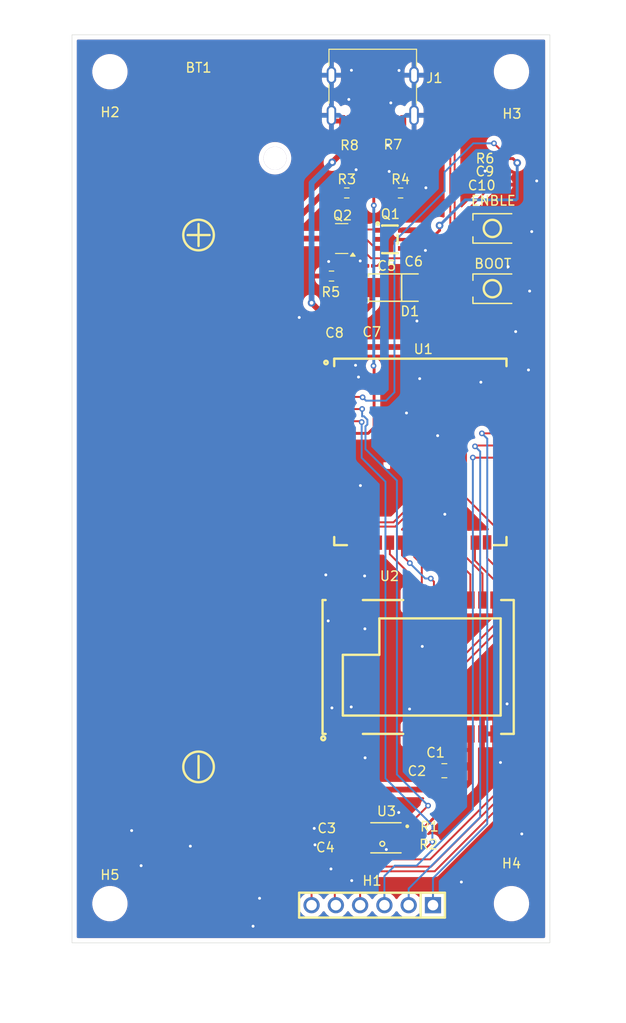
<source format=kicad_pcb>
(kicad_pcb (version 20241229) (generator "pcbnew") (generator_version "9.0")
  (layers (0 "F.Cu" signal) (2 "B.Cu" signal) (13 "F.Paste" user) (15 "B.Paste" user) (5 "F.SilkS" user "F.Silkscreen") (7 "B.SilkS" user "B.Silkscreen") (1 "F.Mask" user) (3 "B.Mask" user) (25 "Edge.Cuts" user))
  (net 0 "")
  (net 1 "GND")
  (net 2 "VBAT")
  (net 3 "+3V3")
  (net 4 "Net-(D1-K)")
  (net 5 "EN")
  (net 6 "VBUS")
  (net 8 "SDA")
  (net 9 "SCL")
  (net 10 "ADC_BAT")
  (net 11 "BOOT")
  (net 12 "NSS")
  (net 13 "D-")
  (net 14 "RXEN")
  (net 16 "D+")
  (net 19 "NRST")
  (net 20 "BUSY")
  (net 21 "DIO1")
  (net 23 "MOSI")
  (net 26 "MISO")
  (net 29 "TXEN")
  (net 31 "SCK")
  (net 40 "Net-(U1-IO38)")
  (net 41 "Net-(U1-IO40)")
  (net 42 "Net-(U1-IO39)")
  (net 43 "Net-(U1-IO37)")
  (net 44 "Net-(U1-IO41)")
  (net 45 "Net-(U1-IO42)")
  (net 46 "Net-(J1-CC2)")
  (net 47 "Net-(J1-CC1)")
  (footprint "Capacitor_SMD:C_0201_0603Metric" (layer "F.Cu") (at 104.52 121.09 180)
    (property "Reference" "C3")
    (property "Value" "100nF")
  )
  (footprint "easyeda2kicad:SW-SMD_L3.9-W3.0-P4.45" (layer "F.Cu") (at 120 58.39)
    (property "Reference" "ENBLE")
    (property "Value" "TS-1088-AR02016")
  )
  (footprint "Capacitor_SMD:C_0201_0603Metric" (layer "F.Cu") (at 121.085 53.81)
    (property "Reference" "C10")
    (property "Value" "100nF")
  )
  (footprint "Resistor_SMD:R_0603_1608Metric" (layer "F.Cu") (at 110.4 54.68)
    (property "Reference" "R4")
    (property "Value" "330k")
  )
  (footprint "Capacitor_SMD:C_0201_0603Metric" (layer "F.Cu") (at 107.22 62.305 180)
    (property "Reference" "C5")
    (property "Value" "4.7uF")
  )
  (footprint "Capacitor_SMD:C_0201_0603Metric" (layer "F.Cu") (at 121.065 52.43)
    (property "Reference" "C9")
    (property "Value" "1uF")
  )
  (footprint "Resistor_SMD:R_0603_1608Metric" (layer "F.Cu") (at 103.175 63.37)
    (property "Reference" "R5")
    (property "Value" "100k")
  )
  (footprint "easyeda2kicad:SOT-25_L3.0-W1.6-P0.95-LS2.8-TL" (layer "F.Cu") (at 109.28 59.53)
    (property "Reference" "Q1")
    (property "Value" "XC6220B331MR-G")
  )
  (footprint "easyeda2kicad:LGA-8_L3.0-W3.0-P0.80_BME688" (layer "F.Cu") (at 108.87 122.11)
    (property "Reference" "U3")
    (property "Value" "BME688_C3664478")
  )
  (footprint "Capacitor_SMD:C_0201_0603Metric" (layer "F.Cu") (at 111.96 120.985 90)
    (property "Reference" "R1")
    (property "Value" "10k")
  )
  (footprint "Capacitor_SMD:C_0201_0603Metric" (layer "F.Cu") (at 104.52 123.09)
    (property "Reference" "C4")
    (property "Value" "100nF")
  )
  (footprint "MountingHole:MountingHole_3.2mm_M3" (layer "F.Cu") (at 122 129)
    (property "Reference" "H4")
    (property "Value" "MountingHole")
  )
  (footprint "easyeda2kicad:WIRELM-SMD_ESP32-S3-WROOM-1U" (layer "F.Cu") (at 112.46 82.36)
    (property "Reference" "U1")
    (property "Value" "ESP32-S3-WROOM-1U")
  )
  (footprint "Capacitor_SMD:C_0201_0603Metric" (layer "F.Cu") (at 108.06 49.555 -90)
    (property "Reference" "R7")
    (property "Value" "5.1k" (hide yes))
  )
  (footprint "Capacitor_SMD:C_0201_0603Metric" (layer "F.Cu") (at 111.98 122.8 -90)
    (property "Reference" "R2")
    (property "Value" "10k")
  )
  (footprint "Capacitor_SMD:C_0201_0603Metric" (layer "F.Cu") (at 104.86 69.29 90)
    (property "Reference" "C8")
    (property "Value" "100nF")
  )
  (footprint "easyeda2kicad:SW-SMD_L3.9-W3.0-P4.45" (layer "F.Cu") (at 120 64.69)
    (property "Reference" "BOOT")
    (property "Value" "TS-1088-AR02016")
  )
  (footprint "MountingHole:MountingHole_3.2mm_M3" (layer "F.Cu") (at 122 42)
    (property "Reference" "H3")
    (property "Value" "MountingHole")
  )
  (footprint "Capacitor_SMD:C_0201_0603Metric" (layer "F.Cu") (at 106.71 49.565 -90)
    (property "Reference" "R8")
    (property "Value" "5.1k" (hide yes))
  )
  (footprint "easyeda2kicad:HDR-TH_6P-P2.54-V-M" (layer "F.Cu") (at 107.44 129.16 180)
    (property "Reference" "H1")
    (property "Value" "PZ254V-11-06P")
  )
  (footprint "MountingHole:MountingHole_3.2mm_M3" (layer "F.Cu") (at 80 129)
    (property "Reference" "H5")
    (property "Value" "MountingHole")
  )
  (footprint "Capacitor_SMD:C_0201_0603Metric" (layer "F.Cu") (at 105.93 69.29 90)
    (property "Reference" "C7")
    (property "Value" "22uF")
  )
  (footprint "easyeda2kicad:SMA_L4.3-W2.6-LS5.2-RD" (layer "F.Cu") (at 109.64 64.575 180)
    (property "Reference" "D1")
    (property "Value" "SS34_C8678")
  )
  (footprint "Resistor_SMD:R_0603_1608Metric" (layer "F.Cu") (at 104.775 54.68)
    (property "Reference" "R3")
    (property "Value" "1M")
  )
  (footprint "Capacitor_SMD:C_0201_0603Metric" (layer "F.Cu") (at 111.95 60.045 90)
    (property "Reference" "C6")
    (property "Value" "4.7uF")
  )
  (footprint "easyeda2kicad:WIRELM-SMD_E22-900M22S" (layer "F.Cu") (at 111.74 104.25 -90)
    (property "Reference" "U2")
    (property "Value" "E22-900M22S")
  )
  (footprint "easyeda2kicad:BATTERY-SMD_18650-1S-L77.1-W20.7-1" (layer "F.Cu") (at 89.27 86.89)
    (property "Reference" "BT1")
    (property "Value" "BH-18650-B1BA002")
  )
  (footprint "Capacitor_SMD:C_0805_2012Metric" (layer "F.Cu") (at 114.98 115.1 180)
    (property "Reference" "C2")
    (property "Value" "10uF")
  )
  (footprint "Package_TO_SOT_SMD:SOT-23" (layer "F.Cu") (at 104.2425 59.45 180)
    (property "Reference" "Q2")
    (property "Value" "AO3401A")
  )
  (footprint "MountingHole:MountingHole_3.2mm_M3" (layer "F.Cu") (at 80 42)
    (property "Reference" "H2")
    (property "Value" "MountingHole")
  )
  (footprint "Capacitor_SMD:C_0201_0603Metric" (layer "F.Cu") (at 115.955 113.17 180)
    (property "Reference" "C1")
    (property "Value" "100nF")
  )
  (footprint "Resistor_SMD:R_0201_0603Metric" (layer "F.Cu") (at 121.08 51.08 180)
    (property "Reference" "R6")
    (property "Value" "10k")
  )
  (footprint "Connector_USB:USB_C_Receptacle_G-Switch_GT-USB-7010ASV" (layer "F.Cu") (at 107.49 43.435 180)
    (property "Reference" "J1")
    (property "Value" "USB_C_Receptacle_USB2.0_16P")
  )
  (gr_rect (start 76.03 38.14) (end 126.02 133.1) (stroke (width 0.05)) (fill no) (layer "Edge.Cuts"))
  (segment (start 106.385 61.79) (end 106.9 62.305) (width 0.2) (layer "F.Cu") (net 1))
  (segment (start 109.06 50.13) (end 108.63 50.56) (width 0.2) (layer "F.Cu") (net 1))
  (segment (start 109.2 122.48) (end 109.2 123.2) (width 0.2) (layer "F.Cu") (net 1))
  (segment (start 112.675 60.365) (end 113 60.69) (width 0.2) (layer "F.Cu") (net 1))
  (segment (start 109.2 123.2) (end 109.05 123.2) (width 0.2) (layer "F.Cu") (net 1))
  (segment (start 109.05 123.2) (end 108.91 123.34) (width 0.2) (layer "F.Cu") (net 1))
  (segment (start 108.63 50.56) (end 107.15 50.56) (width 0.2) (layer "F.Cu") (net 1))
  (segment (start 106.18 61.79) (end 106.385 61.79) (width 0.2) (layer "F.Cu") (net 1))
  (segment (start 109.06 49.69) (end 109.06 50.13) (width 0.2) (layer "F.Cu") (net 1))
  (segment (start 109.06 49.69) (end 108.875 49.875) (width 0.2) (layer "F.Cu") (net 1))
  (segment (start 108.43 121.71) (end 109.2 122.48) (width 0.2) (layer "F.Cu") (net 1))
  (segment (start 107.45 121.71) (end 108.43 121.71) (width 0.2) (layer "F.Cu") (net 1))
  (segment (start 107.15 50.56) (end 106.71 50.12) (width 0.2) (layer "F.Cu") (net 1))
  (segment (start 106.71 50.12) (end 106.71 49.885) (width 0.2) (layer "F.Cu") (net 1))
  (segment (start 108.875 49.875) (end 108.06 49.875) (width 0.2) (layer "F.Cu") (net 1))
  (segment (start 111.95 60.365) (end 112.675 60.365) (width 0.2) (layer "F.Cu") (net 1))
  (via (at 106.67 100.26) (size 0.6) (drill 0.3) (layers "F.Cu" "B.Cu") (net 1))
  (via (at 101.37 121.13) (size 0.6) (drill 0.3) (layers "F.Cu" "B.Cu") (net 1))
  (via (at 82.27 121.36) (size 0.6) (drill 0.3) (layers "F.Cu" "B.Cu") (net 1))
  (via (at 110.24 41.87) (size 0.6) (drill 0.3) (layers "F.Cu" "B.Cu") (net 1))
  (via (at 108.91 123.34) (size 0.6) (drill 0.3) (layers "F.Cu" "B.Cu") (net 1))
  (via (at 111.34 108.65) (size 0.6) (drill 0.3) (layers "F.Cu" "B.Cu") (net 1))
  (via (at 121.65 62.39) (size 0.6) (drill 0.3) (layers "F.Cu" "B.Cu") (net 1))
  (via (at 123.9 64.94) (size 0.6) (drill 0.3) (layers "F.Cu" "B.Cu") (net 1))
  (via (at 124.64 53.42) (size 0.6) (drill 0.3) (layers "F.Cu" "B.Cu") (net 1))
  (via (at 102.83 99.43) (size 0.6) (drill 0.3) (layers "F.Cu" "B.Cu") (net 1))
  (via (at 112.67 102.1) (size 0.6) (drill 0.3) (layers "F.Cu" "B.Cu") (net 1))
  (via (at 119.24 52.39) (size 0.6) (drill 0.3) (layers "F.Cu" "B.Cu") (net 1))
  (via (at 106.18 61.79) (size 0.6) (drill 0.3) (layers "F.Cu" "B.Cu") (net 1))
  (via (at 94.97 131.36) (size 0.6) (drill 0.3) (layers "F.Cu" "B.Cu") (net 1))
  (via (at 113.05 54.14) (size 0.6) (drill 0.3) (layers "F.Cu" "B.Cu") (net 1))
  (via (at 120.85 114.24) (size 0.6) (drill 0.3) (layers "F.Cu" "B.Cu") (net 1))
  (via (at 112.11 68.07) (size 0.6) (drill 0.3) (layers "F.Cu" "B.Cu") (net 1))
  (via (at 115.03 88.28) (size 0.6) (drill 0.3) (layers "F.Cu" "B.Cu") (net 1))
  (via (at 95.65 128.44) (size 0.6) (drill 0.3) (layers "F.Cu" "B.Cu") (net 1))
  (via (at 116.76 126.74) (size 0.6) (drill 0.3) (layers "F.Cu" "B.Cu") (net 1))
  (via (at 105.75 52.25) (size 0.6) (drill 0.3) (layers "F.Cu" "B.Cu") (net 1))
  (via (at 105.29 126.59) (size 0.6) (drill 0.3) (layers "F.Cu" "B.Cu") (net 1))
  (via (at 121.54 108.11) (size 0.6) (drill 0.3) (layers "F.Cu" "B.Cu") (net 1))
  (via (at 109.21 52.43) (size 0.6) (drill 0.3) (layers "F.Cu" "B.Cu") (net 1))
  (via (at 102.88 61.85) (size 0.6) (drill 0.3) (layers "F.Cu" "B.Cu") (net 1))
  (via (at 105.69 72.7) (size 0.6) (drill 0.3) (layers "F.Cu" "B.Cu") (net 1))
  (via (at 106.64 94.73) (size 0.6) (drill 0.3) (layers "F.Cu" "B.Cu") (net 1))
  (via (at 124.12 58.72) (size 0.6) (drill 0.3) (layers "F.Cu" "B.Cu") (net 1))
  (via (at 106 73.93) (size 0.6) (drill 0.3) (layers "F.Cu" "B.Cu") (net 1))
  (via (at 99.8 67.7) (size 0.6) (drill 0.3) (layers "F.Cu" "B.Cu") (net 1))
  (via (at 106.69 113.75) (size 0.6) (drill 0.3) (layers "F.Cu" "B.Cu") (net 1))
  (via (at 111.02 77.69) (size 0.6) (drill 0.3) (layers "F.Cu" "B.Cu") (net 1))
  (via (at 109.38 45.26) (size 0.6) (drill 0.3) (layers "F.Cu" "B.Cu") (net 1))
  (via (at 105.24 108.43) (size 0.6) (drill 0.3) (layers "F.Cu" "B.Cu") (net 1))
  (via (at 113 60.69) (size 0.6) (drill 0.3) (layers "F.Cu" "B.Cu") (net 1))
  (via (at 101.45 122.85) (size 0.6) (drill 0.3) (layers "F.Cu" "B.Cu") (net 1))
  (via (at 88.41 122.99) (size 0.6) (drill 0.3) (layers "F.Cu" "B.Cu") (net 1))
  (via (at 103.22 108.53) (size 0.6) (drill 0.3) (layers "F.Cu" "B.Cu") (net 1))
  (via (at 106.2 85.28) (size 0.6) (drill 0.3) (layers "F.Cu" "B.Cu") (net 1))
  (via (at 102.58 94.62) (size 0.6) (drill 0.3) (layers "F.Cu" "B.Cu") (net 1))
  (via (at 123.78 73.19) (size 0.6) (drill 0.3) (layers "F.Cu" "B.Cu") (net 1))
  (via (at 109.06 49.69) (size 0.6) (drill 0.3) (layers "F.Cu" "B.Cu") (net 1))
  (via (at 110.21 119.47) (size 0.6) (drill 0.3) (layers "F.Cu" "B.Cu") (net 1))
  (via (at 105.26 41.85) (size 0.6) (drill 0.3) (layers "F.Cu" "B.Cu") (net 1))
  (via (at 123.08 121.71) (size 0.6) (drill 0.3) (layers "F.Cu" "B.Cu") (net 1))
  (via (at 114.28 80.06) (size 0.6) (drill 0.3) (layers "F.Cu" "B.Cu") (net 1))
  (via (at 103.12 125.37) (size 0.6) (drill 0.3) (layers "F.Cu" "B.Cu") (net 1))
  (via (at 122.44 69.18) (size 0.6) (drill 0.3) (layers "F.Cu" "B.Cu") (net 1))
  (via (at 83.26 125.03) (size 0.6) (drill 0.3) (layers "F.Cu" "B.Cu") (net 1))
  (via (at 104.99 44.9) (size 0.6) (drill 0.3) (layers "F.Cu" "B.Cu") (net 1))
  (via (at 112.4 74.1) (size 0.6) (drill 0.3) (layers "F.Cu" "B.Cu") (net 1))
  (via (at 118.8 74.47) (size 0.6) (drill 0.3) (layers "F.Cu" "B.Cu") (net 1))
  (segment (start 102.32 54.68) (end 103.95 54.68) (width 0.6) (layer "F.Cu") (net 2))
  (segment (start 97.61 59.45) (end 99.09 59.45) (width 0.6) (layer "F.Cu") (net 2))
  (segment (start 99.09 59.45) (end 99.09 57.91) (width 0.6) (layer "F.Cu") (net 2))
  (segment (start 99.09 59.45) (end 103.305 59.45) (width 0.6) (layer "F.Cu") (net 2))
  (segment (start 89.27 51.11) (end 97.61 59.45) (width 0.6) (layer "F.Cu") (net 2))
  (segment (start 89.27 45.58) (end 89.27 51.11) (width 0.6) (layer "F.Cu") (net 2))
  (segment (start 99.09 57.91) (end 102.32 54.68) (width 0.6) (layer "F.Cu") (net 2))
  (segment (start 117.7 114.33) (end 116.93 115.1) (width 0.6) (layer "F.Cu") (net 3))
  (segment (start 110.29 121.71) (end 109.545 121.71) (width 0.3) (layer "F.Cu") (net 3))
  (segment (start 121.4 51.08) (end 122.15 51.08) (width 0.3) (layer "F.Cu") (net 3))
  (segment (start 101.09 112.832481) (end 105.327519 117.07) (width 0.6) (layer "F.Cu") (net 3))
  (segment (start 112.605 121.305) (end 116.84 117.07) (width 0.3) (layer "F.Cu") (net 3))
  (segment (start 111.95 59.06) (end 111.47 58.58) (width 0.3) (layer "F.Cu") (net 3))
  (segment (start 105.98 120.91) (end 105.67 120.91) (width 0.3) (layer "F.Cu") (net 3))
  (segment (start 111.95 59.725) (end 111.95 59.06) (width 0.3) (layer "F.Cu") (net 3))
  (segment (start 103.33 70.79) (end 102.08 70.79) (width 0.6) (layer "F.Cu") (net 3))
  (segment (start 107.45 120.91) (end 105.98 120.91) (width 0.3) (layer "F.Cu") (net 3))
  (segment (start 105.98 122.73) (end 105.62 123.09) (width 0.3) (layer "F.Cu") (net 3))
  (segment (start 104.22 70.79) (end 103.33 70.79) (width 0.6) (layer "F.Cu") (net 3))
  (segment (start 113.15 70.79) (end 114.31 69.63) (width 0.6) (layer "F.Cu") (net 3))
  (segment (start 114.48 58.08) (end 114.48 58.6) (width 0.3) (layer "F.Cu") (net 3))
  (segment (start 102.36 74.74) (end 103.71 74.74) (width 0.6) (layer "F.Cu") (net 3))
  (segment (start 114.105 58.975) (end 113.125 58.975) (width 0.3) (layer "F.Cu") (net 3))
  (segment (start 105.98 121.96) (end 105.98 122.73) (width 0.3) (layer "F.Cu") (net 3))
  (segment (start 101.09 71.86) (end 101.09 73.47) (width 0.6) (layer "F.Cu") (net 3))
  (segment (start 111.96 121.305) (end 112.605 121.305) (width 0.3) (layer "F.Cu") (net 3))
  (segment (start 113.125 58.975) (end 112.73 58.58) (width 0.6) (layer "F.Cu") (net 3))
  (segment (start 102.08 70.79) (end 102.08 70.87) (width 0.6) (layer "F.Cu") (net 3))
  (segment (start 111.96 122.46) (end 111.98 122.48) (width 0.3) (layer "F.Cu") (net 3))
  (segment (start 105.13 70.79) (end 104.22 70.79) (width 0.6) (layer "F.Cu") (net 3))
  (segment (start 105.13 70.79) (end 113.15 70.79) (width 0.6) (layer "F.Cu") (net 3))
  (segment (start 117.7 114.32) (end 117.7 114.33) (width 0.6) (layer "F.Cu") (net 3))
  (segment (start 105.62 123.09) (end 104.84 123.09) (width 0.3) (layer "F.Cu") (net 3))
  (segment (start 116.275 113.17) (end 117.14 113.17) (width 0.3) (layer "F.Cu") (net 3))
  (segment (start 116.93 115.1) (end 115.93 115.1) (width 0.6) (layer "F.Cu") (net 3))
  (segment (start 117.7 112.61) (end 117.7 111.25) (width 0.6) (layer "F.Cu") (net 3))
  (segment (start 105.93 69.61) (end 105.93 69.99) (width 0.3) (layer "F.Cu") (net 3))
  (segment (start 106.53 122.51) (end 107.45 122.51) (width 0.3) (layer "F.Cu") (net 3))
  (segment (start 105.9 69.61) (end 105.93 69.64) (width 0.3) (layer "F.Cu") (net 3))
  (segment (start 117.7 114.32) (end 117.7 112.61) (width 0.6) (layer "F.Cu") (net 3))
  (segment (start 110.58 58.58) (end 111.47 58.58) (width 0.6) (layer "F.Cu") (net 3))
  (segment (start 105.98 121.96) (end 106.53 122.51) (width 0.3) (layer "F.Cu") (net 3))
  (segment (start 101.09 73.47) (end 102.36 74.74) (width 0.6) (layer "F.Cu") (net 3))
  (segment (start 105.67 120.91) (end 109.51 117.07) (width 0.3) (layer "F.Cu") (net 3))
  (segment (start 114.31 60.16) (end 113.125 58.975) (width 0.6) (layer "F.Cu") (net 3))
  (segment (start 104.51 69.61) (end 103.33 70.79) (width 0.3) (layer "F.Cu") (net 3))
  (segment (start 111.47 58.58) (end 112.73 58.58) (width 0.6) (layer "F.Cu") (net 3))
  (segment (start 109.51 117.07) (end 110.87 117.07) (width 0.3) (layer "F.Cu") (net 3))
  (segment (start 105.327519 117.07) (end 110.87 117.07) (width 0.6) (layer "F.Cu") (net 3))
  (segment (start 109.545 121.71) (end 108.745 120.91) (width 0.3) (layer "F.Cu") (net 3))
  (segment (start 117.14 113.17) (end 117.7 112.61) (width 0.3) (layer "F.Cu") (net 3))
  (segment (start 105.93 69.99) (end 105.13 70.79) (width 0.3) (layer "F.Cu") (net 3))
  (segment (start 117.7 116.21) (end 117.7 114.32) (width 0.6) (layer "F.Cu") (net 3))
  (segment (start 110.87 117.07) (end 116.84 117.07) (width 0.6) (layer "F.Cu") (net 3))
  (segment (start 114.48 58.6) (end 114.105 58.975) (width 0.3) (layer "F.Cu") (net 3))
  (segment (start 105.67 120.91) (end 105.02 120.91) (width 0.3) (layer "F.Cu") (net 3))
  (segment (start 102.08 70.87) (end 101.09 71.86) (width 0.6) (layer "F.Cu") (net 3))
  (segment (start 101.09 73.47) (end 101.09 112.832481) (width 0.6) (layer "F.Cu") (net 3))
  (segment (start 122.15 51.08) (end 122.6 51.53) (width 0.3) (layer "F.Cu") (net 3))
  (segment (start 111.96 121.305) (end 111.96 122.46) (width 0.3) (layer "F.Cu") (net 3))
  (segment (start 105.98 120.91) (end 105.98 121.96) (width 0.3) (layer "F.Cu") (net 3))
  (segment (start 104.86 69.61) (end 104.51 69.61) (width 0.3) (layer "F.Cu") (net 3))
  (segment (start 116.84 117.07) (end 117.7 116.21) (width 0.6) (layer "F.Cu") (net 3))
  (segment (start 108.745 120.91) (end 107.45 120.91) (width 0.3) (layer "F.Cu") (net 3))
  (segment (start 105.02 120.91) (end 104.84 121.09) (width 0.3) (layer "F.Cu") (net 3))
  (segment (start 114.31 69.63) (end 114.31 60.16) (width 0.6) (layer "F.Cu") (net 3))
  (via (at 122.6 51.53) (size 0.8) (drill 0.4) (layers "F.Cu" "B.Cu") (net 3))
  (via (at 114.48 58.08) (size 0.8) (drill 0.4) (layers "F.Cu" "B.Cu") (net 3))
  (segment (start 117.16 55.4) (end 114.48 58.08) (width 0.3) (layer "B.Cu") (net 3))
  (segment (start 122.48 55.4) (end 117.16 55.4) (width 0.3) (layer "B.Cu") (net 3))
  (segment (start 122.6 51.53) (end 122.6 55.28) (width 0.3) (layer "B.Cu") (net 3))
  (segment (start 122.6 55.28) (end 122.48 55.4) (width 0.3) (layer "B.Cu") (net 3))
  (segment (start 106.42 58.5) (end 107.9 58.5) (width 0.2) (layer "F.Cu") (net 4))
  (segment (start 112.96 61.51) (end 108.76 61.51) (width 0.2) (layer "F.Cu") (net 4))
  (segment (start 106.875 61.075) (end 107.31 61.51) (width 0.2) (layer "F.Cu") (net 4))
  (segment (start 106.875 59.575) (end 107.78 60.48) (width 0.2) (layer "F.Cu") (net 4))
  (segment (start 108.76 61.51) (end 107.98 61.51) (width 0.2) (layer "F.Cu") (net 4))
  (segment (start 105.18 58.5) (end 106.42 58.5) (width 0.2) (layer "F.Cu") (net 4))
  (segment (start 107.965 62.305) (end 108.76 61.51) (width 0.2) (layer "F.Cu") (net 4))
  (segment (start 107.54 62.305) (end 107.54 62.26) (width 0.2) (layer "F.Cu") (net 4))
  (segment (start 106.875 59.575) (end 106.875 61.075) (width 0.2) (layer "F.Cu") (net 4))
  (segment (start 106.42 59.12) (end 106.875 59.575) (width 0.2) (layer "F.Cu") (net 4))
  (segment (start 112.565 64.575) (end 113.2 63.94) (width 0.2) (layer "F.Cu") (net 4))
  (segment (start 113.2 63.94) (end 113.2 61.75) (width 0.2) (layer "F.Cu") (net 4))
  (segment (start 107.31 61.51) (end 107.98 61.51) (width 0.2) (layer "F.Cu") (net 4))
  (segment (start 111.84 64.575) (end 112.565 64.575) (width 0.2) (layer "F.Cu") (net 4))
  (segment (start 107.9 58.5) (end 107.98 58.58) (width 0.2) (layer "F.Cu") (net 4))
  (segment (start 106.42 58.5) (end 106.42 59.12) (width 0.2) (layer "F.Cu") (net 4))
  (segment (start 113.2 61.75) (end 112.96 61.51) (width 0.2) (layer "F.Cu") (net 4))
  (segment (start 107.78 60.48) (end 107.98 60.48) (width 0.2) (layer "F.Cu") (net 4))
  (segment (start 107.54 62.305) (end 107.965 62.305) (width 0.2) (layer "F.Cu") (net 4))
  (segment (start 117.82 58.39) (end 117.39 57.96) (width 0.2) (layer "F.Cu") (net 5))
  (segment (start 120.745 51.095) (end 120.76 51.08) (width 0.2) (layer "F.Cu") (net 5))
  (segment (start 106.43 76.05) (end 106.39 76.01) (width 0.2) (layer "F.Cu") (net 5))
  (segment (start 120.04 53.81) (end 120.765 53.81) (width 0.2) (layer "F.Cu") (net 5))
  (segment (start 120.745 53.79) (end 120.765 53.81) (width 0.2) (layer "F.Cu") (net 5))
  (segment (start 120.745 52.43) (end 120.745 53.79) (width 0.2) (layer "F.Cu") (net 5))
  (segment (start 120.76 50.08) (end 120.17 49.49) (width 0.2) (layer "F.Cu") (net 5))
  (segment (start 120.76 51.08) (end 120.76 50.08) (width 0.2) (layer "F.Cu") (net 5))
  (segment (start 117.39 56.46) (end 120.04 53.81) (width 0.2) (layer "F.Cu") (net 5))
  (segment (start 117.39 57.96) (end 117.39 56.46) (width 0.2) (layer "F.Cu") (net 5))
  (segment (start 120.745 52.43) (end 120.745 51.095) (width 0.2) (layer "F.Cu") (net 5))
  (segment (start 106.39 76.01) (end 103.71 76.01) (width 0.2) (layer "F.Cu") (net 5))
  (via (at 120.17 49.49) (size 0.6) (drill 0.3) (layers "F.Cu" "B.Cu") (net 5))
  (via (at 106.43 76.05) (size 0.6) (drill 0.3) (layers "F.Cu" "B.Cu") (net 5))
  (segment (start 120.17 49.49) (end 118.01 49.49) (width 0.2) (layer "B.Cu") (net 5))
  (segment (start 115 52.5) (end 115 54.5) (width 0.2) (layer "B.Cu") (net 5))
  (segment (start 109.76 59.74) (end 109.76 75.52) (width 0.2) (layer "B.Cu") (net 5))
  (segment (start 108.88 76.4) (end 106.78 76.4) (width 0.2) (layer "B.Cu") (net 5))
  (segment (start 109.76 75.52) (end 108.88 76.4) (width 0.2) (layer "B.Cu") (net 5))
  (segment (start 115 54.5) (end 109.76 59.74) (width 0.2) (layer "B.Cu") (net 5))
  (segment (start 106.78 76.4) (end 106.43 76.05) (width 0.2) (layer "B.Cu") (net 5))
  (segment (start 118.01 49.49) (end 115 52.5) (width 0.2) (layer "B.Cu") (net 5))
  (segment (start 105.63 64.38) (end 104.62 63.37) (width 0.6) (layer "F.Cu") (net 6))
  (segment (start 104.62 63.37) (end 104 63.37) (width 0.6) (layer "F.Cu") (net 6))
  (segment (start 105.22 60.44) (end 105.18 60.4) (width 0.6) (layer "F.Cu") (net 6))
  (segment (start 105.09 47.16) (end 105.09 50.03) (width 0.6) (layer "F.Cu") (net 6))
  (segment (start 105.09 50.66) (end 105.77 51.34) (width 0.6) (layer "F.Cu") (net 6))
  (segment (start 103.79 66.93) (end 105.63 65.09) (width 0.6) (layer "F.Cu") (net 6))
  (segment (start 105.22 63.97) (end 105.22 60.44) (width 0.6) (layer "F.Cu") (net 6))
  (segment (start 106.7 66.97) (end 107.44 66.23) (width 0.6) (layer "F.Cu") (net 6))
  (segment (start 107.44 66.23) (end 107.44 64.575) (width 0.6) (layer "F.Cu") (net 6))
  (segment (start 101.09 66.17) (end 101.89 66.97) (width 0.6) (layer "F.Cu") (net 6))
  (segment (start 105.77 51.34) (end 109.11 51.34) (width 0.6) (layer "F.Cu") (net 6))
  (segment (start 101.89 66.97) (end 103.79 66.97) (width 0.6) (layer "F.Cu") (net 6))
  (segment (start 104.69 50.03) (end 103.25 51.47) (width 0.6) (layer "F.Cu") (net 6))
  (segment (start 103.79 66.97) (end 106.7 66.97) (width 0.6) (layer "F.Cu") (net 6))
  (segment (start 105.63 64.38) (end 105.22 63.97) (width 0.6) (layer "F.Cu") (net 6))
  (segment (start 105.09 50.03) (end 104.69 50.03) (width 0.6) (layer "F.Cu") (net 6))
  (segment (start 109.89 50.56) (end 109.89 47.16) (width 0.6) (layer "F.Cu") (net 6))
  (segment (start 103.79 66.97) (end 103.79 66.93) (width 0.6) (layer "F.Cu") (net 6))
  (segment (start 105.63 65.09) (end 105.63 64.38) (width 0.6) (layer "F.Cu") (net 6))
  (segment (start 109.11 51.34) (end 109.89 50.56) (width 0.6) (layer "F.Cu") (net 6))
  (segment (start 105.09 50.03) (end 105.09 50.66) (width 0.6) (layer "F.Cu") (net 6))
  (via (at 101.09 66.17) (size 0.8) (drill 0.4) (layers "F.Cu" "B.Cu") (net 6))
  (via (at 103.25 51.47) (size 0.8) (drill 0.4) (layers "F.Cu" "B.Cu") (net 6))
  (segment (start 101.09 53.63) (end 101.09 66.17) (width 0.6) (layer "B.Cu") (net 6))
  (segment (start 103.25 51.47) (end 101.09 53.63) (width 0.6) (layer "B.Cu") (net 6))
  (segment (start 111.96 120.665) (end 111.96 120.07) (width 0.2) (layer "F.Cu") (net 8))
  (segment (start 111.459 121.00613) (end 111.80013 120.665) (width 0.2) (layer "F.Cu") (net 8))
  (segment (start 111.80013 120.665) (end 111.96 120.665) (width 0.2) (layer "F.Cu") (net 8))
  (segment (start 110.29 122.51) (end 110.935 122.51) (width 0.2) (layer "F.Cu") (net 8))
  (segment (start 106.38 77.27) (end 106.37 77.28) (width 0.2) (layer "F.Cu") (net 8))
  (segment (start 110.935 122.51) (end 111.459 121.986) (width 0.2) (layer "F.Cu") (net 8))
  (segment (start 106.37 77.28) (end 103.71 77.28) (width 0.2) (layer "F.Cu") (net 8))
  (segment (start 111.459 121.986) (end 111.459 121.00613) (width 0.2) (layer "F.Cu") (net 8))
  (segment (start 111.96 120.07) (end 113.28 118.75) (width 0.2) (layer "F.Cu") (net 8))
  (via (at 113.28 118.75) (size 0.6) (drill 0.3) (layers "F.Cu" "B.Cu") (net 8))
  (via (at 106.38 77.27) (size 0.6) (drill 0.3) (layers "F.Cu" "B.Cu") (net 8))
  (segment (start 106.931 78.391057) (end 106.578943 78.039) (width 0.2) (layer "B.Cu") (net 8))
  (segment (start 106.731 79.088943) (end 106.931 78.888943) (width 0.2) (layer "B.Cu") (net 8))
  (segment (start 106.578943 78.039) (end 106.38 78.039) (width 0.2) (layer "B.Cu") (net 8))
  (segment (start 113.28 118.75) (end 110.02 115.49) (width 0.2) (layer "B.Cu") (net 8))
  (segment (start 106.38 78.039) (end 106.38 77.27) (width 0.2) (layer "B.Cu") (net 8))
  (segment (start 106.931 78.888943) (end 106.931 78.391057) (width 0.2) (layer "B.Cu") (net 8))
  (segment (start 110.02 115.49) (end 110.02 85.81) (width 0.2) (layer "B.Cu") (net 8))
  (segment (start 110.02 85.81) (end 110.02 84.76) (width 0.2) (layer "B.Cu") (net 8))
  (segment (start 110.02 84.76) (end 106.731 81.471) (width 0.2) (layer "B.Cu") (net 8))
  (segment (start 106.731 81.471) (end 106.731 79.088943) (width 0.2) (layer "B.Cu") (net 8))
  (segment (start 111.98 123.12) (end 113.14 123.12) (width 0.2) (layer "F.Cu") (net 9))
  (segment (start 106.33 78.64) (end 106.24 78.55) (width 0.2) (layer "F.Cu") (net 9))
  (segment (start 106.24 78.55) (end 103.71 78.55) (width 0.2) (layer "F.Cu") (net 9))
  (segment (start 110.29 123.31) (end 111.79 123.31) (width 0.2) (layer "F.Cu") (net 9))
  (segment (start 111.79 123.31) (end 111.98 123.12) (width 0.2) (layer "F.Cu") (net 9))
  (segment (start 113.14 123.12) (end 113.73 122.53) (width 0.2) (layer "F.Cu") (net 9))
  (via (at 113.73 122.53) (size 0.6) (drill 0.3) (layers "F.Cu" "B.Cu") (net 9))
  (via (at 106.33 78.64) (size 0.6) (drill 0.3) (layers "F.Cu" "B.Cu") (net 9))
  (segment (start 106.33 82.38) (end 106.33 78.64) (width 0.2) (layer "B.Cu") (net 9))
  (segment (start 113.73 120.81) (end 108.82 115.9) (width 0.2) (layer "B.Cu") (net 9))
  (segment (start 108.82 115.9) (end 108.82 84.87) (width 0.2) (layer "B.Cu") (net 9))
  (segment (start 108.82 84.87) (end 106.33 82.38) (width 0.2) (layer "B.Cu") (net 9))
  (segment (start 113.73 122.53) (end 113.73 120.81) (width 0.2) (layer "B.Cu") (net 9))
  (segment (start 107.63 72.82) (end 107.63 79.2) (width 0.3) (layer "F.Cu") (net 10))
  (segment (start 105.6 54.68) (end 107.6 54.68) (width 0.3) (layer "F.Cu") (net 10))
  (segment (start 107.57 72.76) (end 107.63 72.82) (width 0.3) (layer "F.Cu") (net 10))
  (segment (start 107.63 79.2) (end 107.01 79.82) (width 0.3) (layer "F.Cu") (net 10))
  (segment (start 107.6 54.68) (end 109.575 54.68) (width 0.3) (layer "F.Cu") (net 10))
  (segment (start 107.01 79.82) (end 103.71 79.82) (width 0.3) (layer "F.Cu") (net 10))
  (segment (start 107.6 54.68) (end 107.6 55.98) (width 0.3) (layer "F.Cu") (net 10))
  (via (at 107.6 55.98) (size 0.6) (drill 0.3) (layers "F.Cu" "B.Cu") (net 10))
  (via (at 107.57 72.76) (size 0.6) (drill 0.3) (layers "F.Cu" "B.Cu") (net 10))
  (segment (start 107.6 72.73) (end 107.57 72.76) (width 0.3) (layer "B.Cu") (net 10))
  (segment (start 107.6 55.98) (end 107.6 72.73) (width 0.3) (layer "B.Cu") (net 10))
  (segment (start 120.678 89.98) (end 121.21 89.98) (width 0.2) (layer "F.Cu") (net 11))
  (segment (start 117.24 86.542) (end 120.678 89.98) (width 0.2) (layer "F.Cu") (net 11))
  (segment (start 117.82 64.69) (end 117.24 65.27) (width 0.2) (layer "F.Cu") (net 11))
  (segment (start 117.24 65.27) (end 117.24 86.542) (width 0.2) (layer "F.Cu") (net 11))
  (segment (start 111.35 94.53) (end 111.35 97.25) (width 0.2) (layer "F.Cu") (net 12))
  (segment (start 109.28 92.46) (end 111.35 94.53) (width 0.2) (layer "F.Cu") (net 12))
  (segment (start 109.28 91.25) (end 109.28 92.46) (width 0.2) (layer "F.Cu") (net 12))
  (segment (start 105.245001 89.12) (end 104.835001 88.71) (width 0.2) (layer "F.Cu") (net 13))
  (segment (start 115.605 46.553198) (end 115.605 48.002897) (width 0.2) (layer "F.Cu") (net 13))
  (segment (start 109.661802 89.12) (end 105.245001 89.12) (width 0.2) (layer "F.Cu") (net 13))
  (segment (start 108.24 47.16) (end 108.24 45.095) (width 0.2) (layer "F.Cu") (net 13))
  (segment (start 115.605 83.176802) (end 109.661802 89.12) (width 0.2) (layer "F.Cu") (net 13))
  (segment (start 107.24 47.16) (end 107.24 48.032) (width 0.2) (layer "F.Cu") (net 13))
  (segment (start 108.24 48.032) (end 108.24 47.16) (width 0.2) (layer "F.Cu") (net 13))
  (segment (start 108.191 48.081) (end 108.24 48.032) (width 0.2) (layer "F.Cu") (net 13))
  (segment (start 107.289 48.081) (end 108.191 48.081) (width 0.2) (layer "F.Cu") (net 13))
  (segment (start 108.24 45.095) (end 108.79 44.545) (width 0.2) (layer "F.Cu") (net 13))
  (segment (start 115.605 49.202897) (end 115.605 50.916939) (width 0.2) (layer "F.Cu") (net 13))
  (segment (start 108.79 44.545) (end 113.596802 44.545) (width 0.2) (layer "F.Cu") (net 13))
  (segment (start 107.24 48.032) (end 107.289 48.081) (width 0.2) (layer "F.Cu") (net 13))
  (segment (start 104.835001 88.71) (end 103.71 88.71) (width 0.2) (layer "F.Cu") (net 13))
  (segment (start 115.365 48.242897) (end 114.891644 48.242897) (width 0.2) (layer "F.Cu") (net 13))
  (segment (start 114.651644 48.482897) (end 114.651644 48.602897) (width 0.2) (layer "F.Cu") (net 13))
  (segment (start 114.891644 48.842897) (end 115.365 48.842897) (width 0.2) (layer "F.Cu") (net 13))
  (segment (start 115.605 49.082897) (end 115.605 49.202897) (width 0.2) (layer "F.Cu") (net 13))
  (segment (start 113.596802 44.545) (end 115.605 46.553198) (width 0.2) (layer "F.Cu") (net 13))
  (segment (start 115.605 50.916939) (end 115.605 83.176802) (width 0.2) (layer "F.Cu") (net 13))
  (arc (start 114.651644 48.602897) (mid 114.721938 48.772603) (end 114.891644 48.842897) (width 0.2) (layer "F.Cu") (net 13))
  (arc (start 115.605 48.002897) (mid 115.534706 48.172603) (end 115.365 48.242897) (width 0.2) (layer "F.Cu") (net 13))
  (arc (start 115.365 48.842897) (mid 115.534706 48.913191) (end 115.605 49.082897) (width 0.2) (layer "F.Cu") (net 13))
  (arc (start 114.891644 48.242897) (mid 114.721938 48.313191) (end 114.651644 48.482897) (width 0.2) (layer "F.Cu") (net 13))
  (segment (start 120.3771 95.33) (end 120.82 95.33) (width 0.2) (layer "F.Cu") (net 14))
  (segment (start 113.89 106.18) (end 113.89 111.25) (width 0.2) (layer "F.Cu") (net 14))
  (segment (start 121.43 95.94) (end 121.43 98.64) (width 0.2) (layer "F.Cu") (net 14))
  (segment (start 118.18 93.1329) (end 120.3771 95.33) (width 0.2) (layer "F.Cu") (net 14))
  (segment (start 120.82 95.33) (end 121.43 95.94) (width 0.2) (layer "F.Cu") (net 14))
  (segment (start 118.18 91.25) (end 118.18 93.1329) (width 0.2) (layer "F.Cu") (net 14))
  (segment (start 121.43 98.64) (end 113.89 106.18) (width 0.2) (layer "F.Cu") (net 14))
  (segment (start 108.6729 44.095) (end 113.783198 44.095) (width 0.2) (layer "F.Cu") (net 16))
  (segment (start 107.26 46.239) (end 107.691 46.239) (width 0.2) (layer "F.Cu") (net 16))
  (segment (start 107.26 46.239) (end 107.26 45.5079) (width 0.2) (layer "F.Cu") (net 16))
  (segment (start 106.789 46.239) (end 107.26 46.239) (width 0.2) (layer "F.Cu") (net 16))
  (segment (start 107.26 45.5079) (end 108.6729 44.095) (width 0.2) (layer "F.Cu") (net 16))
  (segment (start 113.783198 44.095) (end 116.055 46.366802) (width 0.2) (layer "F.Cu") (net 16))
  (segment (start 105.245001 89.57) (end 104.835001 89.98) (width 0.2) (layer "F.Cu") (net 16))
  (segment (start 107.691 46.239) (end 107.74 46.288) (width 0.2) (layer "F.Cu") (net 16))
  (segment (start 116.055 83.363198) (end 109.848198 89.57) (width 0.2) (layer "F.Cu") (net 16))
  (segment (start 107.74 46.288) (end 107.74 47.16) (width 0.2) (layer "F.Cu") (net 16))
  (segment (start 106.74 47.16) (end 106.74 46.288) (width 0.2) (layer "F.Cu") (net 16))
  (segment (start 116.055 46.366802) (end 116.055 83.363198) (width 0.2) (layer "F.Cu") (net 16))
  (segment (start 104.835001 89.98) (end 103.71 89.98) (width 0.2) (layer "F.Cu") (net 16))
  (segment (start 106.74 46.288) (end 106.789 46.239) (width 0.2) (layer "F.Cu") (net 16))
  (segment (start 109.848198 89.57) (end 105.245001 89.57) (width 0.2) (layer "F.Cu") (net 16))
  (segment (start 114.36 91.25) (end 114.36 92.53) (width 0.2) (layer "F.Cu") (net 19))
  (segment (start 116.43 94.6) (end 116.43 97.25) (width 0.2) (layer "F.Cu") (net 19))
  (segment (start 114.36 92.53) (end 116.43 94.6) (width 0.2) (layer "F.Cu") (net 19))
  (segment (start 115.63 91.25) (end 115.63 92.51) (width 0.2) (layer "F.Cu") (net 20))
  (segment (start 115.63 92.51) (end 117.7 94.58) (width 0.2) (layer "F.Cu") (net 20))
  (segment (start 117.7 94.58) (end 117.7 97.25) (width 0.2) (layer "F.Cu") (net 20))
  (segment (start 116.91 92.43) (end 118.97 94.49) (width 0.2) (layer "F.Cu") (net 21))
  (segment (start 116.91 91.25) (end 116.91 92.43) (width 0.2) (layer "F.Cu") (net 21))
  (segment (start 118.97 94.49) (end 118.97 97.25) (width 0.2) (layer "F.Cu") (net 21))
  (segment (start 110.55 92.57) (end 111.37 93.39) (width 0.2) (layer "F.Cu") (net 23))
  (segment (start 113.89 95.33) (end 113.56 95) (width 0.2) (layer "F.Cu") (net 23))
  (segment (start 110.55 91.25) (end 110.55 92.57) (width 0.2) (layer "F.Cu") (net 23))
  (segment (start 113.89 97.25) (end 113.89 95.33) (width 0.2) (layer "F.Cu") (net 23))
  (via (at 113.56 95) (size 0.6) (drill 0.3) (layers "F.Cu" "B.Cu") (net 23))
  (via (at 111.37 93.39) (size 0.6) (drill 0.3) (layers "F.Cu" "B.Cu") (net 23))
  (segment (start 113.56 95) (end 112.98 95) (width 0.2) (layer "B.Cu") (net 23))
  (segment (start 112.98 95) (end 111.37 93.39) (width 0.2) (layer "B.Cu") (net 23))
  (segment (start 113.09 92.58) (end 115.16 94.65) (width 0.2) (layer "F.Cu") (net 26))
  (segment (start 115.16 94.65) (end 115.16 97.25) (width 0.2) (layer "F.Cu") (net 26))
  (segment (start 113.09 91.25) (end 113.09 92.58) (width 0.2) (layer "F.Cu") (net 26))
  (segment (start 122.09 95.51) (end 122.09 98.93) (width 0.2) (layer "F.Cu") (net 29))
  (segment (start 115.16 105.86) (end 115.16 111.25) (width 0.2) (layer "F.Cu") (net 29))
  (segment (start 119.45 92.87) (end 122.09 95.51) (width 0.2) (layer "F.Cu") (net 29))
  (segment (start 122.09 98.93) (end 115.16 105.86) (width 0.2) (layer "F.Cu") (net 29))
  (segment (start 119.45 91.22) (end 119.45 92.87) (width 0.2) (layer "F.Cu") (net 29))
  (segment (start 111.83 92.73) (end 112.62 93.52) (width 0.2) (layer "F.Cu") (net 31))
  (segment (start 111.83 91.25) (end 111.83 92.73) (width 0.2) (layer "F.Cu") (net 31))
  (segment (start 112.62 93.52) (end 112.62 97.25) (width 0.2) (layer "F.Cu") (net 31))
  (segment (start 123.36 86.1) (end 123.36 115.36) (width 0.2) (layer "F.Cu") (net 40))
  (segment (start 122.16 84.9) (end 123.36 86.1) (width 0.2) (layer "F.Cu") (net 40))
  (segment (start 103.52 129.05) (end 103.63 129.16) (width 0.2) (layer "F.Cu") (net 40))
  (segment (start 123.36 115.36) (end 113.59 125.13) (width 0.2) (layer "F.Cu") (net 40))
  (segment (start 121.21 84.9) (end 122.16 84.9) (width 0.2) (layer "F.Cu") (net 40))
  (segment (start 103.52 126.46) (end 103.52 129.05) (width 0.2) (layer "F.Cu") (net 40))
  (segment (start 113.59 125.13) (end 104.85 125.13) (width 0.2) (layer "F.Cu") (net 40))
  (segment (start 104.85 125.13) (end 103.52 126.46) (width 0.2) (layer "F.Cu") (net 40))
  (segment (start 121.21 82.36) (end 117.97 82.36) (width 0.2) (layer "F.Cu") (net 41))
  (segment (start 117.97 82.36) (end 117.96 82.35) (width 0.2) (layer "F.Cu") (net 41))
  (via (at 117.96 82.35) (size 0.6) (drill 0.3) (layers "F.Cu" "B.Cu") (net 41))
  (segment (start 109.8 125.03) (end 108.71 126.12) (width 0.2) (layer "B.Cu") (net 41))
  (segment (start 112.079943 125.03) (end 109.8 125.03) (width 0.2) (layer "B.Cu") (net 41))
  (segment (start 117.96 119.149943) (end 112.079943 125.03) (width 0.2) (layer "B.Cu") (net 41))
  (segment (start 108.71 126.12) (end 108.71 129.16) (width 0.2) (layer "B.Cu") (net 41))
  (segment (start 117.96 82.35) (end 117.96 119.149943) (width 0.2) (layer "B.Cu") (net 41))
  (segment (start 123.98 115.61) (end 113.97 125.62) (width 0.2) (layer "F.Cu") (net 42))
  (segment (start 123.98 85.45) (end 123.98 115.61) (width 0.2) (layer "F.Cu") (net 42))
  (segment (start 107.24 125.62) (end 106.17 126.69) (width 0.2) (layer "F.Cu") (net 42))
  (segment (start 113.97 125.62) (end 107.24 125.62) (width 0.2) (layer "F.Cu") (net 42))
  (segment (start 121.21 83.63) (end 122.16 83.63) (width 0.2) (layer "F.Cu") (net 42))
  (segment (start 122.16 83.63) (end 123.98 85.45) (width 0.2) (layer "F.Cu") (net 42))
  (segment (start 106.17 126.69) (end 106.17 129.16) (width 0.2) (layer "F.Cu") (net 42))
  (segment (start 122.66 115.2) (end 113.49 124.37) (width 0.2) (layer "F.Cu") (net 43))
  (segment (start 121.21 86.17) (end 122.16 86.17) (width 0.2) (layer "F.Cu") (net 43))
  (segment (start 122.16 86.17) (end 122.66 86.67) (width 0.2) (layer "F.Cu") (net 43))
  (segment (start 101.25 125.66) (end 101.25 125.74) (width 0.2) (layer "F.Cu") (net 43))
  (segment (start 122.66 86.67) (end 122.66 115.2) (width 0.2) (layer "F.Cu") (net 43))
  (segment (start 101.09 125.9) (end 101.09 129.16) (width 0.2) (layer "F.Cu") (net 43))
  (segment (start 101.25 125.74) (end 101.09 125.9) (width 0.2) (layer "F.Cu") (net 43))
  (segment (start 102.54 124.37) (end 101.25 125.66) (width 0.2) (layer "F.Cu") (net 43))
  (segment (start 113.49 124.37) (end 102.54 124.37) (width 0.2) (layer "F.Cu") (net 43))
  (segment (start 118.28 81.09) (end 118.19 81.18) (width 0.2) (layer "F.Cu") (net 44))
  (segment (start 121.21 81.09) (end 118.28 81.09) (width 0.2) (layer "F.Cu") (net 44))
  (via (at 118.19 81.18) (size 0.6) (drill 0.3) (layers "F.Cu" "B.Cu") (net 44))
  (segment (start 111.25 127.42) (end 111.25 129.16) (width 0.2) (layer "B.Cu") (net 44))
  (segment (start 118.73 81.72) (end 118.73 119.94) (width 0.2) (layer "B.Cu") (net 44))
  (segment (start 118.19 81.18) (end 118.73 81.72) (width 0.2) (layer "B.Cu") (net 44))
  (segment (start 118.73 119.94) (end 111.25 127.42) (width 0.2) (layer "B.Cu") (net 44))
  (segment (start 121.21 79.82) (end 118.91 79.82) (width 0.2) (layer "F.Cu") (net 45))
  (via (at 118.91 79.82) (size 0.6) (drill 0.3) (layers "F.Cu" "B.Cu") (net 45))
  (segment (start 113.79 126.35) (end 113.79 129.16) (width 0.2) (layer "B.Cu") (net 45))
  (segment (start 118.91 79.82) (end 119.47 80.38) (width 0.2) (layer "B.Cu") (net 45))
  (segment (start 119.47 120.67) (end 113.79 126.35) (width 0.2) (layer "B.Cu") (net 45))
  (segment (start 119.47 80.38) (end 119.47 120.67) (width 0.2) (layer "B.Cu") (net 45))
  (segment (start 105.74 47.16) (end 105.74 49.020688) (width 0.2) (layer "F.Cu") (net 46))
  (segment (start 105.964312 49.245) (end 106.71 49.245) (width 0.2) (layer "F.Cu") (net 46))
  (segment (start 105.74 49.020688) (end 105.964312 49.245) (width 0.2) (layer "F.Cu") (net 46))
  (segment (start 108.74 47.16) (end 108.74 49.160057) (width 0.2) (layer "F.Cu") (net 47))
  (segment (start 108.74 49.160057) (end 108.665057 49.235) (width 0.2) (layer "F.Cu") (net 47))
  (segment (start 108.665057 49.235) (end 108.06 49.235) (width 0.2) (layer "F.Cu") (net 47))
  (zone (net 1) (net_name "GND") (layers "F.Cu" "B.Cu") (connect_pads (clearance 0.5)) (min_thickness 0.25) (fill yes (thermal_gap 0.5) (thermal_bridge_width 0.5))
    (polygon (pts (xy 70.5 34.5) (xy 68.5 140.5) (xy 134 141.5) (xy 133 34.5)))
  )
)
</source>
